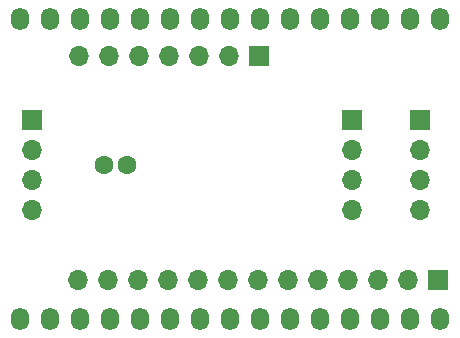
<source format=gbr>
%TF.GenerationSoftware,KiCad,Pcbnew,7.0.1*%
%TF.CreationDate,2025-01-23T15:28:38-05:00*%
%TF.ProjectId,ESP32_Dock,45535033-325f-4446-9f63-6b2e6b696361,rev?*%
%TF.SameCoordinates,Original*%
%TF.FileFunction,Soldermask,Top*%
%TF.FilePolarity,Negative*%
%FSLAX46Y46*%
G04 Gerber Fmt 4.6, Leading zero omitted, Abs format (unit mm)*
G04 Created by KiCad (PCBNEW 7.0.1) date 2025-01-23 15:28:38*
%MOMM*%
%LPD*%
G01*
G04 APERTURE LIST*
%ADD10C,1.600000*%
%ADD11R,1.700000X1.700000*%
%ADD12O,1.700000X1.700000*%
%ADD13O,1.524000X1.900000*%
G04 APERTURE END LIST*
D10*
%TO.C,C1*%
X75000000Y-46750000D03*
X77000000Y-46750000D03*
%TD*%
D11*
%TO.C,J5*%
X103320000Y-56500000D03*
D12*
X100780000Y-56500000D03*
X98240000Y-56500000D03*
X95700000Y-56500000D03*
X93160000Y-56500000D03*
X90620000Y-56500000D03*
X88080000Y-56500000D03*
X85540000Y-56500000D03*
X83000000Y-56500000D03*
X80460000Y-56500000D03*
X77920000Y-56500000D03*
X75380000Y-56500000D03*
X72840000Y-56500000D03*
%TD*%
D11*
%TO.C,J3*%
X101750000Y-42950000D03*
D12*
X101750000Y-45490000D03*
X101750000Y-48030000D03*
X101750000Y-50570000D03*
%TD*%
D11*
%TO.C,J4*%
X88125000Y-37500000D03*
D12*
X85585000Y-37500000D03*
X83045000Y-37500000D03*
X80505000Y-37500000D03*
X77965000Y-37500000D03*
X75425000Y-37500000D03*
X72885000Y-37500000D03*
%TD*%
D11*
%TO.C,J2*%
X68900000Y-42900000D03*
D12*
X68900000Y-45440000D03*
X68900000Y-47980000D03*
X68900000Y-50520000D03*
%TD*%
D11*
%TO.C,J1*%
X96000000Y-42950000D03*
D12*
X96000000Y-45490000D03*
X96000000Y-48030000D03*
X96000000Y-50570000D03*
%TD*%
D13*
%TO.C,U1*%
X103458098Y-59747540D03*
X100918098Y-59747540D03*
X98378098Y-59747540D03*
X95838098Y-59747540D03*
X93298098Y-59747540D03*
X90758098Y-59747540D03*
X88218098Y-59747540D03*
X85678098Y-59747540D03*
X83138098Y-59747540D03*
X80598098Y-59747540D03*
X78058098Y-59747540D03*
X75518098Y-59747540D03*
X72978098Y-59747540D03*
X70438098Y-59747540D03*
X67898098Y-59747540D03*
X67898098Y-34347540D03*
X70438098Y-34347540D03*
X72978098Y-34347540D03*
X75518098Y-34347540D03*
X78058098Y-34347540D03*
X80598098Y-34347540D03*
X83138098Y-34347540D03*
X85678098Y-34347540D03*
X88218098Y-34347540D03*
X90758098Y-34347540D03*
X93298098Y-34347540D03*
X95838098Y-34347540D03*
X98378098Y-34347540D03*
X100918098Y-34347540D03*
X103458098Y-34347540D03*
%TD*%
M02*

</source>
